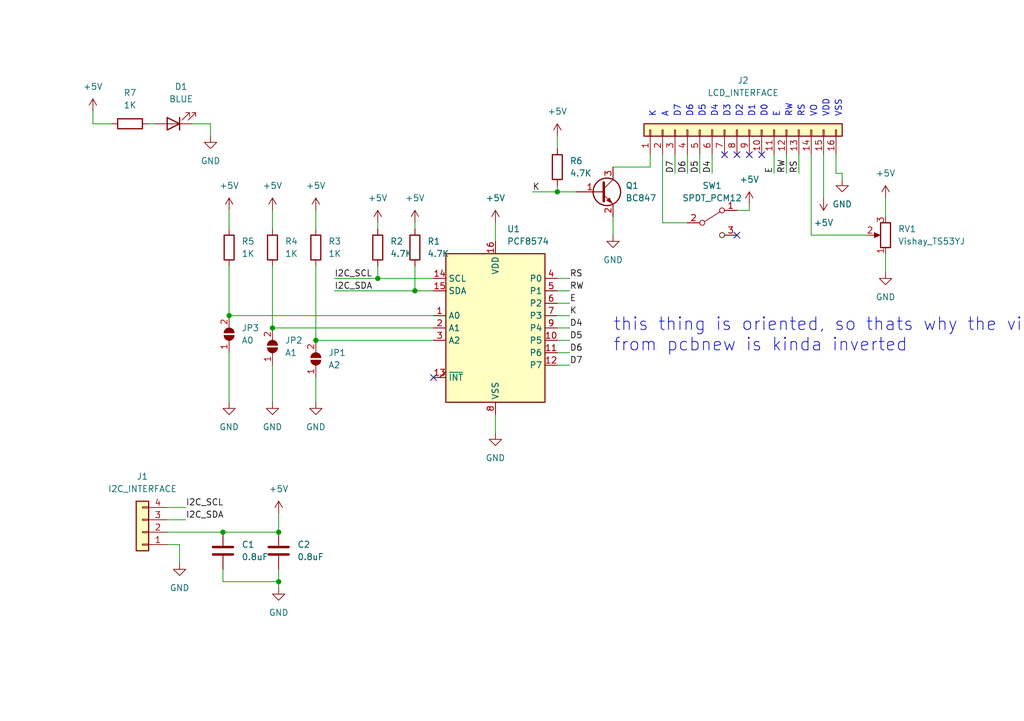
<source format=kicad_sch>
(kicad_sch (version 20230121) (generator eeschema)
  (paper "A5")
  (title_block (title "LCDRucksack") (date "2023-10-16") (rev "1.0") (company "(C) 2024 zeankun.dev"))
  (lib_symbols
    (symbol "Connector_Generic:Conn_01x04" (pin_names (offset 1.016) hide)
      (property "Reference" "J" (at 0 5.08 0))
      (property "Value" "Conn_01x04" (at 0 -7.62 0))
      (symbol "Conn_01x04_1_1"
        (rectangle (start -1.27 -4.953) (end 0 -5.207) (stroke (width 0.1524)))
        (rectangle (start -1.27 -2.413) (end 0 -2.667) (stroke (width 0.1524)))
        (rectangle (start -1.27 0.127) (end 0 -0.127) (stroke (width 0.1524)))
        (rectangle (start -1.27 2.667) (end 0 2.413) (stroke (width 0.1524)))
        (rectangle (start -1.27 3.81) (end 1.27 -6.35) (stroke (width 0.254)) (fill (type background)))
        (pin passive line (at -5.08 2.54 0) (length 3.81) (name "Pin_1") (number "1"))
        (pin passive line (at -5.08 0 0) (length 3.81) (name "Pin_2") (number "2"))
        (pin passive line (at -5.08 -2.54 0) (length 3.81) (name "Pin_3") (number "3"))
        (pin passive line (at -5.08 -5.08 0) (length 3.81) (name "Pin_4") (number "4"))
      )
    )
    (symbol "Connector_Generic:Conn_01x16" (pin_names (offset 1.016) hide)
      (property "Reference" "J" (at 0 20.32 0))
      (property "Value" "Conn_01x16" (at 0 -22.86 0))
      (symbol "Conn_01x16_1_1"
        (rectangle (start -1.27 -20.193) (end 0 -20.447) (stroke (width 0.1524)))
        (rectangle (start -1.27 -17.653) (end 0 -17.907) (stroke (width 0.1524)))
        (rectangle (start -1.27 -15.113) (end 0 -15.367) (stroke (width 0.1524)))
        (rectangle (start -1.27 -12.573) (end 0 -12.827) (stroke (width 0.1524)))
        (rectangle (start -1.27 -10.033) (end 0 -10.287) (stroke (width 0.1524)))
        (rectangle (start -1.27 -7.493) (end 0 -7.747) (stroke (width 0.1524)))
        (rectangle (start -1.27 -4.953) (end 0 -5.207) (stroke (width 0.1524)))
        (rectangle (start -1.27 -2.413) (end 0 -2.667) (stroke (width 0.1524)))
        (rectangle (start -1.27 0.127) (end 0 -0.127) (stroke (width 0.1524)))
        (rectangle (start -1.27 2.667) (end 0 2.413) (stroke (width 0.1524)))
        (rectangle (start -1.27 5.207) (end 0 4.953) (stroke (width 0.1524)))
        (rectangle (start -1.27 7.747) (end 0 7.493) (stroke (width 0.1524)))
        (rectangle (start -1.27 10.287) (end 0 10.033) (stroke (width 0.1524)))
        (rectangle (start -1.27 12.827) (end 0 12.573) (stroke (width 0.1524)))
        (rectangle (start -1.27 15.367) (end 0 15.113) (stroke (width 0.1524)))
        (rectangle (start -1.27 17.907) (end 0 17.653) (stroke (width 0.1524)))
        (rectangle (start -1.27 19.05) (end 1.27 -21.59) (stroke (width 0.254)) (fill (type background)))
        (pin passive line (at -5.08 17.78 0) (length 3.81) (name "Pin_1") (number "1"))
        (pin passive line (at -5.08 -5.08 0) (length 3.81) (name "Pin_10") (number "10"))
        (pin passive line (at -5.08 -7.62 0) (length 3.81) (name "Pin_11") (number "11"))
        (pin passive line (at -5.08 -10.16 0) (length 3.81) (name "Pin_12") (number "12"))
        (pin passive line (at -5.08 -12.7 0) (length 3.81) (name "Pin_13") (number "13"))
        (pin passive line (at -5.08 -15.24 0) (length 3.81) (name "Pin_14") (number "14"))
        (pin passive line (at -5.08 -17.78 0) (length 3.81) (name "Pin_15") (number "15"))
        (pin passive line (at -5.08 -20.32 0) (length 3.81) (name "Pin_16") (number "16"))
        (pin passive line (at -5.08 15.24 0) (length 3.81) (name "Pin_2") (number "2"))
        (pin passive line (at -5.08 12.7 0) (length 3.81) (name "Pin_3") (number "3"))
        (pin passive line (at -5.08 10.16 0) (length 3.81) (name "Pin_4") (number "4"))
        (pin passive line (at -5.08 7.62 0) (length 3.81) (name "Pin_5") (number "5"))
        (pin passive line (at -5.08 5.08 0) (length 3.81) (name "Pin_6") (number "6"))
        (pin passive line (at -5.08 2.54 0) (length 3.81) (name "Pin_7") (number "7"))
        (pin passive line (at -5.08 0 0) (length 3.81) (name "Pin_8") (number "8"))
        (pin passive line (at -5.08 -2.54 0) (length 3.81) (name "Pin_9") (number "9"))
      )
    )
    (symbol "Device:C" (pin_numbers hide) (pin_names (offset 0.254))
      (property "Reference" "C" (at 0.635 2.54 0))
      (property "Value" "C" (at 0.635 -2.54 0))
      (symbol "C_0_1"
        (polyline (pts (xy -2.032 -0.762) (xy 2.032 -0.762)) (stroke (width 0.508)))
        (polyline (pts (xy -2.032 0.762) (xy 2.032 0.762)) (stroke (width 0.508)))
      )
      (symbol "C_1_1"
        (pin passive line (at 0 3.81 270) (length 2.794) (name "~") (number "1"))
        (pin passive line (at 0 -3.81 90) (length 2.794) (name "~") (number "2"))
      )
    )
    (symbol "Device:LED" (pin_numbers hide) (pin_names (offset 1.016) hide)
      (property "Reference" "D" (at 0 2.54 0))
      (property "Value" "LED" (at 0 -2.54 0))
      (symbol "LED_0_1"
        (polyline (pts (xy -1.27 -1.27) (xy -1.27 1.27)) (stroke (width 0.254)))
        (polyline (pts (xy -1.27 0) (xy 1.27 0)))
        (polyline (pts (xy 1.27 -1.27) (xy 1.27 1.27) (xy -1.27 0) (xy 1.27 -1.27)) (stroke (width 0.254)))
        (polyline (pts (xy -3.048 -0.762) (xy -4.572 -2.286) (xy -3.81 -2.286) (xy -4.572 -2.286) (xy -4.572 -1.524)))
        (polyline (pts (xy -1.778 -0.762) (xy -3.302 -2.286) (xy -2.54 -2.286) (xy -3.302 -2.286) (xy -3.302 -1.524)))
      )
      (symbol "LED_1_1"
        (pin passive line (at -3.81 0 0) (length 2.54) (name "K") (number "1"))
        (pin passive line (at 3.81 0 180) (length 2.54) (name "A") (number "2"))
      )
    )
    (symbol "Device:R" (pin_numbers hide) (pin_names (offset 0))
      (property "Reference" "R" (at 2.032 0 90))
      (property "Value" "R" (at 0 0 90))
      (symbol "R_0_1"
        (rectangle (start -1.016 -2.54) (end 1.016 2.54) (stroke (width 0.254)))
      )
      (symbol "R_1_1"
        (pin passive line (at 0 3.81 270) (length 1.27) (name "~") (number "1"))
        (pin passive line (at 0 -3.81 90) (length 1.27) (name "~") (number "2"))
      )
    )
    (symbol "Device:R_Potentiometer" (pin_names (offset 1.016) hide)
      (property "Reference" "RV" (at -4.445 0 90))
      (property "Value" "R_Potentiometer" (at -2.54 0 90))
      (symbol "R_Potentiometer_0_1"
        (polyline (pts (xy 2.54 0) (xy 1.524 0)))
        (polyline (pts (xy 1.143 0) (xy 2.286 0.508) (xy 2.286 -0.508) (xy 1.143 0)) (fill (type outline)))
        (rectangle (start 1.016 2.54) (end -1.016 -2.54) (stroke (width 0.254)))
      )
      (symbol "R_Potentiometer_1_1"
        (pin passive line (at 0 3.81 270) (length 1.27) (name "1") (number "1"))
        (pin passive line (at 3.81 0 180) (length 1.27) (name "2") (number "2"))
        (pin passive line (at 0 -3.81 90) (length 1.27) (name "3") (number "3"))
      )
    )
    (symbol "Interface_Expansion:PCF8574"
      (property "Reference" "U" (at -8.89 16.51 0))
      (property "Value" "PCF8574" (at 2.54 16.51 0))
      (symbol "PCF8574_0_1"
        (rectangle (start -10.16 15.24) (end 10.16 -15.24) (stroke (width 0.254)) (fill (type background)))
      )
      (symbol "PCF8574_1_1"
        (pin input line (at -12.7 2.54 0) (length 2.54) (name "A0") (number "1"))
        (pin bidirectional line (at 12.7 -2.54 180) (length 2.54) (name "P5") (number "10"))
        (pin bidirectional line (at 12.7 -5.08 180) (length 2.54) (name "P6") (number "11"))
        (pin bidirectional line (at 12.7 -7.62 180) (length 2.54) (name "P7") (number "12"))
        (pin open_collector output_low (at -12.7 -10.16 0) (length 2.54) (name "~{INT}") (number "13"))
        (pin input line (at -12.7 10.16 0) (length 2.54) (name "SCL") (number "14"))
        (pin bidirectional line (at -12.7 7.62 0) (length 2.54) (name "SDA") (number "15"))
        (pin power_in line (at 0 17.78 270) (length 2.54) (name "VDD") (number "16"))
        (pin input line (at -12.7 0 0) (length 2.54) (name "A1") (number "2"))
        (pin input line (at -12.7 -2.54 0) (length 2.54) (name "A2") (number "3"))
        (pin bidirectional line (at 12.7 10.16 180) (length 2.54) (name "P0") (number "4"))
        (pin bidirectional line (at 12.7 7.62 180) (length 2.54) (name "P1") (number "5"))
        (pin bidirectional line (at 12.7 5.08 180) (length 2.54) (name "P2") (number "6"))
        (pin bidirectional line (at 12.7 2.54 180) (length 2.54) (name "P3") (number "7"))
        (pin power_in line (at 0 -17.78 90) (length 2.54) (name "VSS") (number "8"))
        (pin bidirectional line (at 12.7 0 180) (length 2.54) (name "P4") (number "9"))
      )
    )
    (symbol "Jumper:SolderJumper_2_Open" (pin_names (offset 0) hide)
      (property "Reference" "JP" (at 0 2.032 0))
      (property "Value" "SolderJumper_2_Open" (at 0 -2.54 0))
      (symbol "SolderJumper_2_Open_0_1"
        (arc (start -0.254 1.016) (mid -1.2656 0) (end -0.254 -1.016))
        (arc (start -0.254 1.016) (mid -1.2656 0) (end -0.254 -1.016) (fill (type outline)))
        (polyline (pts (xy -0.254 1.016) (xy -0.254 -1.016)))
        (polyline (pts (xy 0.254 1.016) (xy 0.254 -1.016)))
        (arc (start 0.254 -1.016) (mid 1.2656 0) (end 0.254 1.016))
        (arc (start 0.254 -1.016) (mid 1.2656 0) (end 0.254 1.016) (fill (type outline)))
      )
      (symbol "SolderJumper_2_Open_1_1"
        (pin passive line (at -3.81 0 0) (length 2.54) (name "A") (number "1"))
        (pin passive line (at 3.81 0 180) (length 2.54) (name "B") (number "2"))
      )
    )
    (symbol "Switch:SW_SPDT" (pin_names (offset 0) hide)
      (property "Reference" "SW" (at 0 4.318 0))
      (property "Value" "SW_SPDT" (at 0 -5.08 0))
      (symbol "SW_SPDT_0_0"
        (circle (center -2.032 0) (radius 0.508))
        (circle (center 2.032 -2.54) (radius 0.508))
      )
      (symbol "SW_SPDT_0_1"
        (polyline (pts (xy -1.524 0.254) (xy 1.651 2.286)))
        (circle (center 2.032 2.54) (radius 0.508))
      )
      (symbol "SW_SPDT_1_1"
        (pin passive line (at 5.08 2.54 180) (length 2.54) (name "A") (number "1"))
        (pin passive line (at -5.08 0 0) (length 2.54) (name "B") (number "2"))
        (pin passive line (at 5.08 -2.54 180) (length 2.54) (name "C") (number "3"))
      )
    )
    (symbol "Transistor_BJT:BC847" (pin_names (offset 0) hide)
      (property "Reference" "Q" (at 5.08 1.905 0))
      (property "Value" "BC847" (at 5.08 0 0))
      (symbol "BC847_0_1"
        (polyline (pts (xy 0.635 0.635) (xy 2.54 2.54)))
        (polyline (pts (xy 0.635 -0.635) (xy 2.54 -2.54) (xy 2.54 -2.54)))
        (polyline (pts (xy 0.635 1.905) (xy 0.635 -1.905) (xy 0.635 -1.905)) (stroke (width 0.508)))
        (polyline (pts (xy 1.27 -1.778) (xy 1.778 -1.27) (xy 2.286 -2.286) (xy 1.27 -1.778) (xy 1.27 -1.778)) (fill (type outline)))
        (circle (center 1.27 0) (radius 2.8194) (stroke (width 0.254)))
      )
      (symbol "BC847_1_1"
        (pin input line (at -5.08 0 0) (length 5.715) (name "B") (number "1"))
        (pin passive line (at 2.54 -5.08 90) (length 2.54) (name "E") (number "2"))
        (pin passive line (at 2.54 5.08 270) (length 2.54) (name "C") (number "3"))
      )
    )
    (symbol "power:+5V" (power) (pin_names (offset 0))
      (property "Value" "+5V" (at 0 3.556 0))
      (symbol "+5V_0_1"
        (polyline (pts (xy -0.762 1.27) (xy 0 2.54)))
        (polyline (pts (xy 0 0) (xy 0 2.54)))
        (polyline (pts (xy 0 2.54) (xy 0.762 1.27)))
      )
      (symbol "+5V_1_1"
        (pin power_in line (at 0 0 90) (length 0) hide (name "+5V") (number "1"))
      )
    )
    (symbol "power:GND" (power) (pin_names (offset 0))
      (property "Value" "GND" (at 0 -3.81 0))
      (symbol "GND_0_1"
        (polyline (pts (xy 0 0) (xy 0 -1.27) (xy 1.27 -1.27) (xy 0 -2.54) (xy -1.27 -1.27) (xy 0 -1.27)))
      )
      (symbol "GND_1_1"
        (pin power_in line (at 0 0 270) (length 0) hide (name "GND") (number "1"))
      )
    )
  )
  (junction (at 57.15 109.22))
  (junction (at 64.77 69.85))
  (junction (at 45.72 109.22))
  (junction (at 85.09 59.69))
  (junction (at 55.88 67.31))
  (junction (at 114.3 39.37))
  (junction (at 77.47 57.15))
  (junction (at 57.15 119.38))
  (junction (at 46.99 64.77))
  (no_connect (at 153.67 31.75))
  (no_connect (at 151.13 48.26))
  (no_connect (at 156.21 31.75))
  (no_connect (at 148.59 31.75))
  (no_connect (at 151.13 31.75))
  (no_connect (at 88.9 77.47))
  (wire (pts (xy 64.77 77.47) (xy 64.77 82.55)))
  (wire (pts (xy 57.15 105.41) (xy 57.15 109.22)))
  (wire (pts (xy 161.29 31.75) (xy 161.29 35.56)))
  (wire (pts (xy 68.58 57.15) (xy 77.47 57.15)))
  (wire (pts (xy 45.72 119.38) (xy 57.15 119.38)))
  (wire (pts (xy 163.83 31.75) (xy 163.83 35.56)))
  (wire (pts (xy 125.73 34.29) (xy 133.35 34.29)))
  (wire (pts (xy 181.61 40.64) (xy 181.61 44.45)))
  (wire (pts (xy 114.3 59.69) (xy 116.84 59.69)))
  (wire (pts (xy 34.29 106.68) (xy 38.1 106.68)))
  (wire (pts (xy 34.29 109.22) (xy 45.72 109.22)))
  (wire (pts (xy 85.09 59.69) (xy 88.9 59.69)))
  (wire (pts (xy 77.47 57.15) (xy 88.9 57.15)))
  (wire (pts (xy 140.97 31.75) (xy 140.97 35.56)))
  (wire (pts (xy 171.45 35.56) (xy 171.45 31.75)))
  (wire (pts (xy 36.83 115.57) (xy 36.83 111.76)))
  (wire (pts (xy 43.18 25.4) (xy 39.37 25.4)))
  (wire (pts (xy 43.18 27.94) (xy 43.18 25.4)))
  (wire (pts (xy 46.99 43.18) (xy 46.99 46.99)))
  (wire (pts (xy 114.3 74.93) (xy 116.84 74.93)))
  (wire (pts (xy 153.67 41.91) (xy 153.67 43.18)))
  (wire (pts (xy 19.05 22.86) (xy 19.05 25.4)))
  (wire (pts (xy 30.48 25.4) (xy 31.75 25.4)))
  (wire (pts (xy 85.09 45.72) (xy 85.09 46.99)))
  (wire (pts (xy 168.91 31.75) (xy 168.91 40.64)))
  (wire (pts (xy 64.77 43.18) (xy 64.77 46.99)))
  (wire (pts (xy 114.3 64.77) (xy 116.84 64.77)))
  (wire (pts (xy 55.88 67.31) (xy 88.9 67.31)))
  (wire (pts (xy 19.05 25.4) (xy 22.86 25.4)))
  (wire (pts (xy 181.61 52.07) (xy 181.61 55.88)))
  (wire (pts (xy 114.3 67.31) (xy 116.84 67.31)))
  (wire (pts (xy 101.6 85.09) (xy 101.6 88.9)))
  (wire (pts (xy 114.3 39.37) (xy 118.11 39.37)))
  (wire (pts (xy 114.3 27.94) (xy 114.3 30.48)))
  (wire (pts (xy 64.77 54.61) (xy 64.77 69.85)))
  (wire (pts (xy 114.3 57.15) (xy 116.84 57.15)))
  (wire (pts (xy 114.3 69.85) (xy 116.84 69.85)))
  (wire (pts (xy 135.89 45.72) (xy 140.97 45.72)))
  (wire (pts (xy 166.37 48.26) (xy 166.37 31.75)))
  (wire (pts (xy 158.75 31.75) (xy 158.75 35.56)))
  (wire (pts (xy 172.72 35.56) (xy 172.72 36.83)))
  (wire (pts (xy 135.89 31.75) (xy 135.89 45.72)))
  (wire (pts (xy 57.15 119.38) (xy 57.15 120.65)))
  (wire (pts (xy 55.88 54.61) (xy 55.88 67.31)))
  (wire (pts (xy 125.73 44.45) (xy 125.73 48.26)))
  (wire (pts (xy 146.05 31.75) (xy 146.05 35.56)))
  (wire (pts (xy 138.43 31.75) (xy 138.43 35.56)))
  (wire (pts (xy 46.99 64.77) (xy 88.9 64.77)))
  (wire (pts (xy 143.51 31.75) (xy 143.51 35.56)))
  (wire (pts (xy 77.47 54.61) (xy 77.47 57.15)))
  (wire (pts (xy 153.67 43.18) (xy 151.13 43.18)))
  (wire (pts (xy 55.88 43.18) (xy 55.88 46.99)))
  (wire (pts (xy 77.47 45.72) (xy 77.47 46.99)))
  (wire (pts (xy 64.77 69.85) (xy 88.9 69.85)))
  (wire (pts (xy 85.09 54.61) (xy 85.09 59.69)))
  (wire (pts (xy 46.99 54.61) (xy 46.99 64.77)))
  (wire (pts (xy 45.72 116.84) (xy 45.72 119.38)))
  (wire (pts (xy 101.6 45.72) (xy 101.6 49.53)))
  (wire (pts (xy 34.29 104.14) (xy 38.1 104.14)))
  (wire (pts (xy 114.3 38.1) (xy 114.3 39.37)))
  (wire (pts (xy 45.72 109.22) (xy 57.15 109.22)))
  (wire (pts (xy 133.35 34.29) (xy 133.35 31.75)))
  (wire (pts (xy 55.88 74.93) (xy 55.88 82.55)))
  (wire (pts (xy 114.3 62.23) (xy 116.84 62.23)))
  (wire (pts (xy 109.22 39.37) (xy 114.3 39.37)))
  (wire (pts (xy 114.3 72.39) (xy 116.84 72.39)))
  (wire (pts (xy 68.58 59.69) (xy 85.09 59.69)))
  (wire (pts (xy 57.15 116.84) (xy 57.15 119.38)))
  (wire (pts (xy 172.72 35.56) (xy 171.45 35.56)))
  (wire (pts (xy 46.99 72.39) (xy 46.99 82.55)))
  (wire (pts (xy 36.83 111.76) (xy 34.29 111.76)))
  (wire (pts (xy 177.8 48.26) (xy 166.37 48.26)))
  (text "D2" (at 152.4 24.13 90) (effects (font (size 1.27 1.27)) (justify left bottom)))
  (text "D3" (at 149.86 24.13 90) (effects (font (size 1.27 1.27)) (justify left bottom)))
  (text "D7" (at 139.7 24.13 90) (effects (font (size 1.27 1.27)) (justify left bottom)))
  (text "K" (at 134.62 24.13 90) (effects (font (size 1.27 1.27)) (justify left bottom)))
  (text "A" (at 137.16 24.13 90) (effects (font (size 1.27 1.27)) (justify left bottom)))
  (text "D0" (at 157.48 24.13 90) (effects (font (size 1.27 1.27)) (justify left bottom)))
  (text "D5" (at 144.78 24.13 90) (effects (font (size 1.27 1.27)) (justify left bottom)))
  (text "D1" (at 154.94 24.13 90) (effects (font (size 1.27 1.27)) (justify left bottom)))
  (text "D6" (at 142.24 24.13 90) (effects (font (size 1.27 1.27)) (justify left bottom)))
  (text "E" (at 160.02 24.13 90) (effects (font (size 1.27 1.27)) (justify left bottom)))
  (text "D4" (at 147.32 24.13 90) (effects (font (size 1.27 1.27)) (justify left bottom)))
  (text "RS" (at 165.1 24.13 90) (effects (font (size 1.27 1.27)) (justify left bottom)))
  (text "this thing is oriented, so thats why the view \nfrom pcbnew is kinda inverted" (at 125.73 72.39 0) (effects (font (size 2.6 2.6)) (justify left bottom)))
  (text "VO" (at 167.64 24.13 90) (effects (font (size 1.27 1.27)) (justify left bottom)))
  (text "VDD" (at 170.18 24.13 90) (effects (font (size 1.27 1.27)) (justify left bottom)))
  (text "RW" (at 162.56 24.13 90) (effects (font (size 1.27 1.27)) (justify left bottom)))
  (text "VSS" (at 172.72 24.13 90) (effects (font (size 1.27 1.27)) (justify left bottom)))
  (label "D6" (at 116.84 72.39 0))
  (label "RS" (at 116.84 57.15 0))
  (label "I2C_SCL" (at 38.1 104.14 0))
  (label "D5" (at 143.51 35.56 90))
  (label "D7" (at 116.84 74.93 0))
  (label "I2C_SCL" (at 68.58 57.15 0))
  (label "D6" (at 140.97 35.56 90))
  (label "D4" (at 146.05 35.56 90))
  (label "E" (at 116.84 62.23 0))
  (label "K" (at 109.22 39.37 0))
  (label "RW" (at 116.84 59.69 0))
  (label "D5" (at 116.84 69.85 0))
  (label "RS" (at 163.83 35.56 90))
  (label "RW" (at 161.29 35.56 90))
  (label "D4" (at 116.84 67.31 0))
  (label "E" (at 158.75 35.56 90))
  (label "I2C_SDA" (at 68.58 59.69 0))
  (label "K" (at 116.84 64.77 0))
  (label "D7" (at 138.43 35.56 90))
  (label "I2C_SDA" (at 38.1 106.68 0))
  (symbol (lib_id "power:+5V") (at 46.99 43.18 0) (unit 1)
    (property "Reference" "#PWR010" (effects hide))
    (property "Value" "+5V" (at 46.99 38.1 0))
  )
  (symbol (lib_id "power:+5V") (at 168.91 40.64 180) (unit 1)
    (property "Reference" "#PWR015" (effects hide))
    (property "Value" "+5V" (at 168.91 45.72 0))
  )
  (symbol (lib_id "power:+5V") (at 77.47 45.72 0) (unit 1)
    (property "Reference" "#PWR05" (effects hide))
    (property "Value" "+5V" (at 77.47 40.64 0))
  )
  (symbol (lib_id "Connector_Generic:Conn_01x16") (at 151.13 26.67 90) (unit 1)
    (property "Reference" "J2" (at 152.4 16.51 90))
    (property "Value" "LCD_INTERFACE" (at 152.4 19.05 90))
    (property "Footprint" "SMD-TH-Connector:Conn_01x16_2.54mm" (effects hide))
  )
  (symbol (lib_id "power:+5V") (at 101.6 45.72 0) (unit 1)
    (property "Reference" "#PWR04" (effects hide))
    (property "Value" "+5V" (at 101.6 40.64 0))
  )
  (symbol (lib_id "power:+5V") (at 85.09 45.72 0) (unit 1)
    (property "Reference" "#PWR06" (effects hide))
    (property "Value" "+5V" (at 85.09 40.64 0))
  )
  (symbol (lib_id "power:GND") (at 46.99 82.55 0) (unit 1)
    (property "Reference" "#PWR09" (effects hide))
    (property "Value" "GND" (at 46.99 87.63 0))
  )
  (symbol (lib_id "power:GND") (at 64.77 82.55 0) (unit 1)
    (property "Reference" "#PWR07" (effects hide))
    (property "Value" "GND" (at 64.77 87.63 0))
  )
  (symbol (lib_id "Device:LED") (at 35.56 25.4 180) (unit 1)
    (property "Reference" "D1" (at 37.1475 17.78 0))
    (property "Value" "BLUE" (at 37.1475 20.32 0))
    (property "Footprint" "LED_SMD:LED_0402_1005Metric" (effects hide))
  )
  (symbol (lib_id "Switch:SW_SPDT") (at 146.05 45.72 0) (unit 1)
    (property "Reference" "SW1" (at 146.05 38.1 0))
    (property "Value" "SPDT_PCM12" (at 146.05 40.64 0))
    (property "Footprint" "Button_Switch_SMD:SW_SPDT_PCM12" (effects hide))
  )
  (symbol (lib_id "power:GND") (at 57.15 120.65 0) (unit 1)
    (property "Reference" "#PWR03" (effects hide))
    (property "Value" "GND" (at 57.15 125.73 0))
  )
  (symbol (lib_id "Device:C") (at 57.15 113.03 0) (unit 1)
    (property "Reference" "C2" (at 60.96 111.7599 0) (effects (justify left)))
    (property "Value" "0.8uF" (at 60.96 114.2999 0) (effects (justify left)))
    (property "Footprint" "Capacitor_SMD:C_0402_1005Metric" (effects hide))
  )
  (symbol (lib_id "Jumper:SolderJumper_2_Open") (at 46.99 68.58 90) (unit 1)
    (property "Reference" "JP3" (at 49.53 67.3099 90) (effects (justify right)))
    (property "Value" "A0" (at 49.53 69.8499 90) (effects (justify right)))
    (property "Footprint" "Jumper:SolderJumper-2_P1.3mm_Open_TrianglePad1.0x1.5mm" (effects hide))
  )
  (symbol (lib_id "Device:C") (at 45.72 113.03 0) (unit 1)
    (property "Reference" "C1" (at 49.53 111.7599 0) (effects (justify left)))
    (property "Value" "0.8uF" (at 49.53 114.2999 0) (effects (justify left)))
    (property "Footprint" "Capacitor_SMD:C_0402_1005Metric" (effects hide))
  )
  (symbol (lib_id "power:+5V") (at 19.05 22.86 0) (unit 1)
    (property "Reference" "#PWR021" (effects hide))
    (property "Value" "+5V" (at 19.05 17.78 0))
  )
  (symbol (lib_id "power:GND") (at 172.72 36.83 0) (unit 1)
    (property "Reference" "#PWR014" (effects hide))
    (property "Value" "GND" (at 172.72 41.91 0))
  )
  (symbol (lib_id "Connector_Generic:Conn_01x04") (at 29.21 109.22 180) (unit 1)
    (property "Reference" "J1" (at 29.21 97.79 0))
    (property "Value" "I2C_INTERFACE" (at 29.21 100.33 0))
    (property "Footprint" "SMD-TH-Connector:Conn_01x04_2.54mm" (effects hide))
  )
  (symbol (lib_id "power:GND") (at 43.18 27.94 0) (unit 1)
    (property "Reference" "#PWR022" (effects hide))
    (property "Value" "GND" (at 43.18 33.02 0))
  )
  (symbol (lib_id "power:+5V") (at 181.61 40.64 0) (unit 1)
    (property "Reference" "#PWR016" (effects hide))
    (property "Value" "+5V" (at 181.61 35.56 0))
  )
  (symbol (lib_id "power:+5V") (at 114.3 27.94 0) (unit 1)
    (property "Reference" "#PWR020" (effects hide))
    (property "Value" "+5V" (at 114.3 22.86 0))
  )
  (symbol (lib_id "Device:R") (at 46.99 50.8 0) (unit 1)
    (property "Reference" "R5" (at 49.53 49.5299 0) (effects (justify left)))
    (property "Value" "1K" (at 49.53 52.0699 0) (effects (justify left)))
    (property "Footprint" "Resistor_SMD:R_0402_1005Metric" (effects hide))
  )
  (symbol (lib_id "Jumper:SolderJumper_2_Open") (at 55.88 71.12 90) (unit 1)
    (property "Reference" "JP2" (at 58.42 69.8499 90) (effects (justify right)))
    (property "Value" "A1" (at 58.42 72.3899 90) (effects (justify right)))
    (property "Footprint" "Jumper:SolderJumper-2_P1.3mm_Open_TrianglePad1.0x1.5mm" (effects hide))
  )
  (symbol (lib_id "Device:R") (at 26.67 25.4 90) (unit 1)
    (property "Reference" "R7" (at 26.67 19.05 90))
    (property "Value" "1K" (at 26.67 21.59 90))
    (property "Footprint" "Resistor_SMD:R_0402_1005Metric" (effects hide))
  )
  (symbol (lib_id "power:+5V") (at 64.77 43.18 0) (unit 1)
    (property "Reference" "#PWR012" (effects hide))
    (property "Value" "+5V" (at 64.77 38.1 0))
  )
  (symbol (lib_id "Device:R") (at 64.77 50.8 0) (unit 1)
    (property "Reference" "R3" (at 67.31 49.5299 0) (effects (justify left)))
    (property "Value" "1K" (at 67.31 52.0699 0) (effects (justify left)))
    (property "Footprint" "Resistor_SMD:R_0402_1005Metric" (effects hide))
  )
  (symbol (lib_id "Device:R") (at 114.3 34.29 0) (unit 1)
    (property "Reference" "R6" (at 116.84 33.0199 0) (effects (justify left)))
    (property "Value" "4.7K" (at 116.84 35.5599 0) (effects (justify left)))
    (property "Footprint" "Resistor_SMD:R_0402_1005Metric" (effects hide))
  )
  (symbol (lib_id "power:+5V") (at 57.15 105.41 0) (unit 1)
    (property "Reference" "#PWR01" (effects hide))
    (property "Value" "+5V" (at 57.15 100.33 0))
  )
  (symbol (lib_id "Transistor_BJT:BC847") (at 123.19 39.37 0) (unit 1)
    (property "Reference" "Q1" (at 128.27 38.0999 0) (effects (justify left)))
    (property "Value" "BC847" (at 128.27 40.6399 0) (effects (justify left)))
    (property "Footprint" "Package_TO_SOT_SMD:SOT-23" (effects hide))
    (property "Datasheet" "http://www.infineon.com/dgdl/Infineon-BC847SERIES_BC848SERIES_BC849SERIES_BC850SERIES-DS-v01_01-en.pdf?fileId=db3a304314dca389011541d4630a1657" (effects hide))
  )
  (symbol (lib_id "power:GND") (at 125.73 48.26 0) (unit 1)
    (property "Reference" "#PWR019" (effects hide))
    (property "Value" "GND" (at 125.73 53.34 0))
  )
  (symbol (lib_id "Jumper:SolderJumper_2_Open") (at 64.77 73.66 90) (unit 1)
    (property "Reference" "JP1" (at 67.31 72.3899 90) (effects (justify right)))
    (property "Value" "A2" (at 67.31 74.9299 90) (effects (justify right)))
    (property "Footprint" "Jumper:SolderJumper-2_P1.3mm_Open_TrianglePad1.0x1.5mm" (effects hide))
  )
  (symbol (lib_id "power:GND") (at 181.61 55.88 0) (unit 1)
    (property "Reference" "#PWR017" (effects hide))
    (property "Value" "GND" (at 181.61 60.96 0))
  )
  (symbol (lib_id "power:+5V") (at 153.67 41.91 0) (unit 1)
    (property "Reference" "#PWR018" (effects hide))
    (property "Value" "+5V" (at 153.67 36.83 0))
  )
  (symbol (lib_id "Device:R") (at 77.47 50.8 0) (unit 1)
    (property "Reference" "R2" (at 80.01 49.5299 0) (effects (justify left)))
    (property "Value" "4.7K" (at 80.01 52.0699 0) (effects (justify left)))
    (property "Footprint" "Resistor_SMD:R_0402_1005Metric" (effects hide))
  )
  (symbol (lib_id "Device:R_Potentiometer") (at 181.61 48.26 180) (unit 1)
    (property "Reference" "RV1" (at 184.15 46.9899 0) (effects (justify right)))
    (property "Value" "Vishay_TS53YJ" (at 184.15 49.5299 0) (effects (justify right)))
    (property "Footprint" "Potentiometer_SMD:Potentiometer_Vishay_TS53YJ_Vertical" (effects hide))
  )
  (symbol (lib_id "power:GND") (at 55.88 82.55 0) (unit 1)
    (property "Reference" "#PWR08" (effects hide))
    (property "Value" "GND" (at 55.88 87.63 0))
  )
  (symbol (lib_id "Device:R") (at 55.88 50.8 0) (unit 1)
    (property "Reference" "R4" (at 58.42 49.5299 0) (effects (justify left)))
    (property "Value" "1K" (at 58.42 52.0699 0) (effects (justify left)))
    (property "Footprint" "Resistor_SMD:R_0402_1005Metric" (effects hide))
  )
  (symbol (lib_id "power:+5V") (at 55.88 43.18 0) (unit 1)
    (property "Reference" "#PWR011" (effects hide))
    (property "Value" "+5V" (at 55.88 38.1 0))
  )
  (symbol (lib_id "Interface_Expansion:PCF8574") (at 101.6 67.31 0) (unit 1)
    (property "Reference" "U1" (at 103.9432 46.99 0) (effects (justify left)))
    (property "Value" "PCF8574" (at 103.9432 49.53 0) (effects (justify left)))
    (property "Footprint" "Package_SO:SOIC-16W_7.5x10.3mm_P1.27mm" (effects hide))
    (property "Datasheet" "http://www.nxp.com/docs/en/data-sheet/PCF8574_PCF8574A.pdf" (effects hide))
  )
  (symbol (lib_id "Device:R") (at 85.09 50.8 0) (unit 1)
    (property "Reference" "R1" (at 87.63 49.5299 0) (effects (justify left)))
    (property "Value" "4.7K" (at 87.63 52.0699 0) (effects (justify left)))
    (property "Footprint" "Resistor_SMD:R_0402_1005Metric" (effects hide))
  )
  (symbol (lib_id "power:GND") (at 101.6 88.9 0) (unit 1)
    (property "Reference" "#PWR013" (effects hide))
    (property "Value" "GND" (at 101.6 93.98 0))
  )
  (symbol (lib_id "power:GND") (at 36.83 115.57 0) (unit 1)
    (property "Reference" "#PWR02" (effects hide))
    (property "Value" "GND" (at 36.83 120.65 0))
  )
)
</source>
